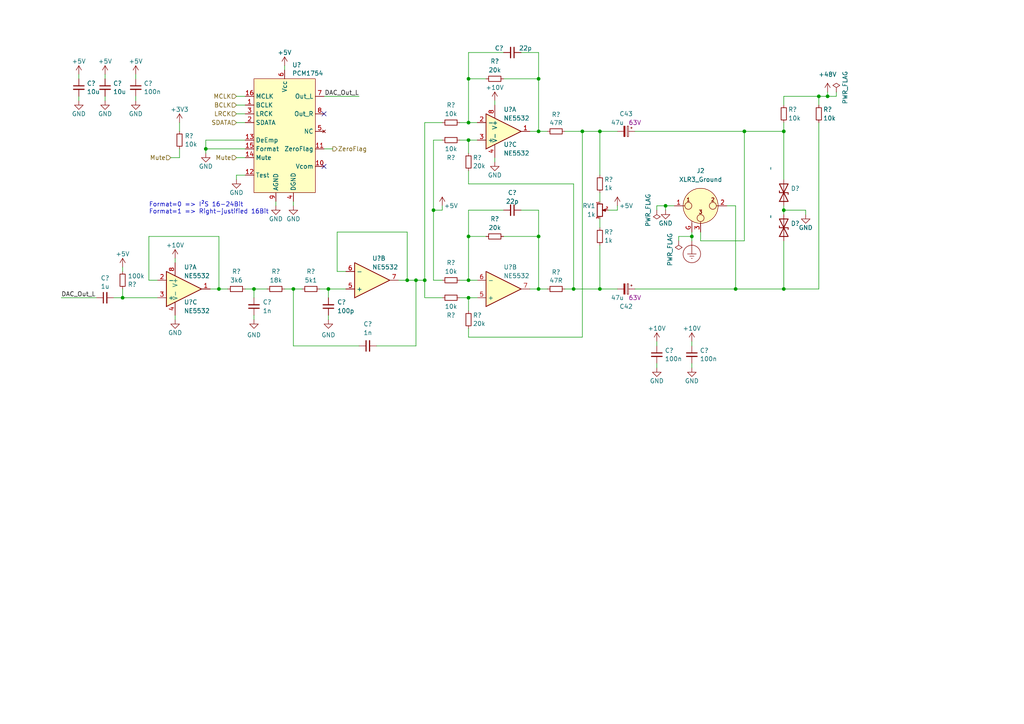
<source format=kicad_sch>
(kicad_sch (version 20230121) (generator eeschema)
  (paper "A4")
  (lib_symbols
    (symbol "1_Project_Symbols:PCM1754"
      (property "Reference" "U" (at -7.62 17.78 0))
      (property "Value" "PCM1754" (at 5.08 17.78 0))
      (symbol "PCM1754_1_1"
        (pin input line (at -11.43 8.89 0) (length 2.54) (name "BCLK") (number "1"))
        (pin passive line (at 11.43 -8.89 180) (length 2.54) (name "Vcom") (number "10"))
        (pin output line (at 11.43 -3.81 180) (length 2.54) (name "ZeroFlag") (number "11"))
        (pin input line (at -11.43 -11.43 0) (length 2.54) (name "Test") (number "12"))
        (pin input line (at -11.43 -1.27 0) (length 2.54) (name "DeEmp") (number "13"))
        (pin input line (at -11.43 -6.35 0) (length 2.54) (name "Mute") (number "14"))
        (pin input line (at -11.43 -3.81 0) (length 2.54) (name "Format") (number "15"))
        (pin input line (at -11.43 11.43 0) (length 2.54) (name "MCLK") (number "16"))
        (pin input line (at -11.43 3.81 0) (length 2.54) (name "SDATA") (number "2"))
        (pin input line (at -11.43 6.35 0) (length 2.54) (name "LRCK") (number "3"))
        (pin power_in line (at 2.54 -19.05 90) (length 2.54) (name "DGND") (number "4"))
        (pin no_connect line (at 11.43 1.27 180) (length 2.54) (name "NC") (number "5"))
        (pin power_in line (at 0 19.05 270) (length 2.54) (name "Vcc") (number "6"))
        (pin output line (at 11.43 11.43 180) (length 2.54) (name "Out_L") (number "7"))
        (pin output line (at 11.43 6.35 180) (length 2.54) (name "Out_R") (number "8"))
        (pin power_in line (at -2.54 -19.05 90) (length 2.54) (name "AGND") (number "9"))
      )
    )
    (symbol "Connector_Audio:XLR3_Ground" (pin_names hide)
      (property "Reference" "J" (at 0 8.89 0))
      (property "Value" "XLR3_Ground" (at 0 6.35 0))
      (symbol "XLR3_Ground_0_1"
        (text "1" (at -3.556 1.778 0) (effects (font (size 1.016 1.016) bold)))
        (text "2" (at 3.556 1.778 0) (effects (font (size 1.016 1.016) bold)))
        (text "3" (at 0 -1.778 0) (effects (font (size 1.016 1.016) bold)))
        (pin passive line (at -7.62 0 0) (length 2.54) (name "~") (number "1"))
        (pin passive line (at 7.62 0 180) (length 2.54) (name "~") (number "2"))
        (pin passive line (at 0 -7.62 90) (length 2.54) (name "~") (number "3"))
      )
      (symbol "XLR3_Ground_1_1"
        (pin passive line (at -2.54 -7.62 90) (length 2.54) (name "~") (number "G"))
      )
    )
    (symbol "Device:C_Polarized_Small" (pin_numbers hide) (pin_names (offset 0.254) hide)
      (property "Reference" "C" (at 0.254 1.778 0))
      (property "Value" "C_Polarized_Small" (at 0.254 -2.032 0))
      (symbol "C_Polarized_Small_1_1"
        (pin passive line (at 0 2.54 270) (length 1.8542) (name "~") (number "1"))
        (pin passive line (at 0 -2.54 90) (length 1.8542) (name "~") (number "2"))
      )
    )
    (symbol "Device:C_Small" (pin_numbers hide) (pin_names (offset 0.254) hide)
      (property "Reference" "C" (at 0.254 1.778 0))
      (property "Value" "C_Small" (at 0.254 -2.032 0))
      (symbol "C_Small_1_1"
        (pin passive line (at 0 2.54 270) (length 2.032) (name "~") (number "1"))
        (pin passive line (at 0 -2.54 90) (length 2.032) (name "~") (number "2"))
      )
    )
    (symbol "Device:D_TVS" (pin_numbers hide) (pin_names (offset 1.016) hide)
      (property "Reference" "D" (at 0 2.54 0))
      (property "Value" "D_TVS" (at 0 -2.54 0))
      (symbol "D_TVS_1_1"
        (pin passive line (at -3.81 0 0) (length 2.54) (name "A1") (number "1"))
        (pin passive line (at 3.81 0 180) (length 2.54) (name "A2") (number "2"))
      )
    )
    (symbol "Device:Opamp_Dual"
      (property "Reference" "U" (at 0 5.08 0))
      (property "Value" "Opamp_Dual" (at 0 -5.08 0))
      (symbol "Opamp_Dual_1_1"
        (pin output line (at 7.62 0 180) (length 2.54) (name "~") (number "1"))
        (pin input line (at -7.62 -2.54 0) (length 2.54) (name "-") (number "2"))
        (pin input line (at -7.62 2.54 0) (length 2.54) (name "+") (number "3"))
      )
      (symbol "Opamp_Dual_2_1"
        (pin input line (at -7.62 2.54 0) (length 2.54) (name "+") (number "5"))
        (pin input line (at -7.62 -2.54 0) (length 2.54) (name "-") (number "6"))
        (pin output line (at 7.62 0 180) (length 2.54) (name "~") (number "7"))
      )
      (symbol "Opamp_Dual_3_1"
        (pin power_in line (at -2.54 -7.62 90) (length 3.81) (name "V-") (number "4"))
        (pin power_in line (at -2.54 7.62 270) (length 3.81) (name "V+") (number "8"))
      )
    )
    (symbol "Device:R_Potentiometer_Small" (pin_names (offset 1.016) hide)
      (property "Reference" "RV" (at -4.445 0 90))
      (property "Value" "R_Potentiometer_Small" (at -2.54 0 90))
      (symbol "R_Potentiometer_Small_1_1"
        (pin passive line (at 0 2.54 270) (length 0.635) (name "1") (number "1"))
        (pin passive line (at 2.54 0 180) (length 0.9906) (name "2") (number "2"))
        (pin passive line (at 0 -2.54 90) (length 0.635) (name "3") (number "3"))
      )
    )
    (symbol "Device:R_Small" (pin_numbers hide) (pin_names (offset 0.254) hide)
      (property "Reference" "R" (at 0.762 0.508 0))
      (property "Value" "R_Small" (at 0.762 -1.016 0))
      (symbol "R_Small_1_1"
        (pin passive line (at 0 2.54 270) (length 0.762) (name "~") (number "1"))
        (pin passive line (at 0 -2.54 90) (length 0.762) (name "~") (number "2"))
      )
    )
    (symbol "power:+10V" (power) (pin_names (offset 0))
      (property "Value" "+10V" (at 0 3.556 0))
      (symbol "+10V_1_1"
        (pin power_in line (at 0 0 90) (length 0) hide (name "+10V") (number "1"))
      )
    )
    (symbol "power:+3V3" (power) (pin_names (offset 0))
      (property "Value" "+3V3" (at 0 3.556 0))
      (symbol "+3V3_1_1"
        (pin power_in line (at 0 0 90) (length 0) hide (name "+3V3") (number "1"))
      )
    )
    (symbol "power:+48V" (power) (pin_names (offset 0))
      (property "Value" "+48V" (at 0 3.556 0))
      (symbol "+48V_1_1"
        (pin power_in line (at 0 0 90) (length 0) hide (name "+48V") (number "1"))
      )
    )
    (symbol "power:+5V" (power) (pin_names (offset 0))
      (property "Value" "+5V" (at 0 3.556 0))
      (symbol "+5V_1_1"
        (pin power_in line (at 0 0 90) (length 0) hide (name "+5V") (number "1"))
      )
    )
    (symbol "power:Earth_Protective" (power) (pin_names (offset 0))
      (symbol "Earth_Protective_1_1"
        (pin power_in line (at 0 0 270) (length 0) hide (name "Earth_Protective") (number "1"))
      )
    )
    (symbol "power:GND" (power) (pin_names (offset 0))
      (property "Value" "GND" (at 0 -3.81 0))
      (symbol "GND_1_1"
        (pin power_in line (at 0 0 270) (length 0) hide (name "GND") (number "1"))
      )
    )
    (symbol "power:PWR_FLAG" (power) (pin_numbers hide) (pin_names (offset 0) hide)
      (property "Value" "PWR_FLAG" (at 0 3.81 0))
      (symbol "PWR_FLAG_0_0"
        (pin power_out line (at 0 0 90) (length 0) (name "pwr") (number "1"))
      )
    )
  )
  (junction (at 166.37 83.82))
  (junction (at 168.91 38.1))
  (junction (at 63.5 83.82))
  (junction (at 135.89 35.56))
  (junction (at 123.19 81.28))
  (junction (at 125.73 60.96))
  (junction (at 135.89 86.36))
  (junction (at 240.03 27.94))
  (junction (at 85.09 83.82))
  (junction (at 193.04 59.69))
  (junction (at 215.9 38.1))
  (junction (at 227.33 38.1))
  (junction (at 237.49 27.94))
  (junction (at 200.66 68.58))
  (junction (at 135.89 81.28))
  (junction (at 156.21 38.1))
  (junction (at 173.99 83.82))
  (junction (at 95.25 83.82))
  (junction (at 227.33 60.96))
  (junction (at 213.36 83.82))
  (junction (at 156.21 22.86))
  (junction (at 227.33 83.82))
  (junction (at 120.65 81.28))
  (junction (at 173.99 38.1))
  (junction (at 118.11 81.28))
  (junction (at 35.56 86.36))
  (junction (at 135.89 40.64))
  (junction (at 135.89 68.58))
  (junction (at 156.21 68.58))
  (junction (at 156.21 83.82))
  (junction (at 73.66 83.82))
  (junction (at 59.69 43.18))
  (junction (at 135.89 22.86))
  (no_connect (at 93.98 33.02))
  (no_connect (at 93.98 48.26))
  (wire (pts (xy 190.5 99.06) (xy 190.5 100.33)))
  (wire (pts (xy 143.51 29.21) (xy 143.51 30.48)))
  (wire (pts (xy 123.19 35.56) (xy 128.27 35.56)))
  (wire (pts (xy 59.69 43.18) (xy 71.12 43.18)))
  (wire (pts (xy 118.11 67.31) (xy 118.11 81.28)))
  (wire (pts (xy 143.51 45.72) (xy 143.51 46.99)))
  (wire (pts (xy 109.22 100.33) (xy 120.65 100.33)))
  (wire (pts (xy 140.97 68.58) (xy 135.89 68.58)))
  (wire (pts (xy 156.21 22.86) (xy 156.21 38.1)))
  (wire (pts (xy 85.09 58.42) (xy 85.09 59.69)))
  (wire (pts (xy 135.89 40.64) (xy 135.89 44.45)))
  (wire (pts (xy 173.99 38.1) (xy 179.07 38.1)))
  (wire (pts (xy 49.53 45.72) (xy 52.07 45.72)))
  (wire (pts (xy 135.89 81.28) (xy 138.43 81.28)))
  (wire (pts (xy 95.25 92.71) (xy 95.25 91.44)))
  (wire (pts (xy 240.03 27.94) (xy 237.49 27.94)))
  (wire (pts (xy 63.5 68.58) (xy 63.5 83.82)))
  (wire (pts (xy 151.13 60.96) (xy 156.21 60.96)))
  (wire (pts (xy 59.69 40.64) (xy 71.12 40.64)))
  (wire (pts (xy 166.37 83.82) (xy 163.83 83.82)))
  (wire (pts (xy 22.86 21.59) (xy 22.86 22.86)))
  (wire (pts (xy 242.57 27.94) (xy 240.03 27.94)))
  (wire (pts (xy 227.33 35.56) (xy 227.33 38.1)))
  (wire (pts (xy 123.19 86.36) (xy 128.27 86.36)))
  (wire (pts (xy 73.66 83.82) (xy 73.66 86.36)))
  (wire (pts (xy 85.09 100.33) (xy 104.14 100.33)))
  (wire (pts (xy 43.18 81.28) (xy 43.18 68.58)))
  (wire (pts (xy 63.5 83.82) (xy 60.96 83.82)))
  (wire (pts (xy 95.25 83.82) (xy 92.71 83.82)))
  (wire (pts (xy 125.73 60.96) (xy 125.73 81.28)))
  (wire (pts (xy 140.97 22.86) (xy 135.89 22.86)))
  (wire (pts (xy 125.73 40.64) (xy 128.27 40.64)))
  (wire (pts (xy 95.25 83.82) (xy 95.25 86.36)))
  (wire (pts (xy 227.33 59.69) (xy 227.33 60.96)))
  (wire (pts (xy 73.66 92.71) (xy 73.66 91.44)))
  (wire (pts (xy 125.73 81.28) (xy 128.27 81.28)))
  (wire (pts (xy 135.89 95.25) (xy 135.89 97.79)))
  (wire (pts (xy 179.07 60.96) (xy 176.53 60.96)))
  (wire (pts (xy 135.89 86.36) (xy 138.43 86.36)))
  (wire (pts (xy 135.89 68.58) (xy 135.89 81.28)))
  (wire (pts (xy 168.91 38.1) (xy 173.99 38.1)))
  (wire (pts (xy 50.8 74.93) (xy 50.8 76.2)))
  (wire (pts (xy 190.5 59.69) (xy 193.04 59.69)))
  (wire (pts (xy 120.65 81.28) (xy 123.19 81.28)))
  (wire (pts (xy 22.86 27.94) (xy 22.86 29.21)))
  (wire (pts (xy 68.58 52.07) (xy 68.58 50.8)))
  (wire (pts (xy 196.85 69.85) (xy 196.85 68.58)))
  (wire (pts (xy 200.66 105.41) (xy 200.66 106.68)))
  (wire (pts (xy 156.21 68.58) (xy 156.21 83.82)))
  (wire (pts (xy 166.37 53.34) (xy 166.37 83.82)))
  (wire (pts (xy 35.56 86.36) (xy 45.72 86.36)))
  (wire (pts (xy 120.65 81.28) (xy 120.65 100.33)))
  (wire (pts (xy 128.27 59.69) (xy 128.27 60.96)))
  (wire (pts (xy 135.89 60.96) (xy 135.89 68.58)))
  (wire (pts (xy 200.66 67.31) (xy 200.66 68.58)))
  (wire (pts (xy 80.01 58.42) (xy 80.01 59.69)))
  (wire (pts (xy 184.15 83.82) (xy 213.36 83.82)))
  (wire (pts (xy 203.2 69.85) (xy 203.2 67.31)))
  (wire (pts (xy 213.36 59.69) (xy 213.36 83.82)))
  (wire (pts (xy 146.05 60.96) (xy 135.89 60.96)))
  (wire (pts (xy 135.89 40.64) (xy 138.43 40.64)))
  (wire (pts (xy 35.56 86.36) (xy 35.56 83.82)))
  (wire (pts (xy 156.21 60.96) (xy 156.21 68.58)))
  (wire (pts (xy 68.58 27.94) (xy 71.12 27.94)))
  (wire (pts (xy 173.99 71.12) (xy 173.99 83.82)))
  (wire (pts (xy 135.89 97.79) (xy 168.91 97.79)))
  (wire (pts (xy 68.58 33.02) (xy 71.12 33.02)))
  (wire (pts (xy 135.89 49.53) (xy 135.89 53.34)))
  (wire (pts (xy 68.58 50.8) (xy 71.12 50.8)))
  (wire (pts (xy 196.85 68.58) (xy 200.66 68.58)))
  (wire (pts (xy 73.66 83.82) (xy 71.12 83.82)))
  (wire (pts (xy 85.09 83.82) (xy 82.55 83.82)))
  (wire (pts (xy 66.04 83.82) (xy 63.5 83.82)))
  (wire (pts (xy 68.58 30.48) (xy 71.12 30.48)))
  (wire (pts (xy 237.49 35.56) (xy 237.49 83.82)))
  (wire (pts (xy 68.58 45.72) (xy 71.12 45.72)))
  (wire (pts (xy 50.8 91.44) (xy 50.8 92.71)))
  (wire (pts (xy 146.05 22.86) (xy 156.21 22.86)))
  (wire (pts (xy 242.57 26.67) (xy 242.57 27.94)))
  (wire (pts (xy 115.57 81.28) (xy 118.11 81.28)))
  (wire (pts (xy 240.03 26.67) (xy 240.03 27.94)))
  (wire (pts (xy 125.73 40.64) (xy 125.73 60.96)))
  (wire (pts (xy 97.79 67.31) (xy 118.11 67.31)))
  (wire (pts (xy 133.35 81.28) (xy 135.89 81.28)))
  (wire (pts (xy 146.05 68.58) (xy 156.21 68.58)))
  (wire (pts (xy 215.9 38.1) (xy 227.33 38.1)))
  (wire (pts (xy 82.55 19.05) (xy 82.55 20.32)))
  (wire (pts (xy 120.65 81.28) (xy 118.11 81.28)))
  (wire (pts (xy 135.89 35.56) (xy 138.43 35.56)))
  (wire (pts (xy 59.69 40.64) (xy 59.69 43.18)))
  (wire (pts (xy 33.02 86.36) (xy 35.56 86.36)))
  (wire (pts (xy 210.82 59.69) (xy 213.36 59.69)))
  (wire (pts (xy 30.48 27.94) (xy 30.48 29.21)))
  (wire (pts (xy 73.66 83.82) (xy 77.47 83.82)))
  (wire (pts (xy 87.63 83.82) (xy 85.09 83.82)))
  (wire (pts (xy 135.89 53.34) (xy 166.37 53.34)))
  (wire (pts (xy 35.56 78.74) (xy 35.56 77.47)))
  (wire (pts (xy 200.66 99.06) (xy 200.66 100.33)))
  (wire (pts (xy 156.21 38.1) (xy 153.67 38.1)))
  (wire (pts (xy 193.04 59.69) (xy 195.58 59.69)))
  (wire (pts (xy 97.79 78.74) (xy 100.33 78.74)))
  (wire (pts (xy 146.05 15.24) (xy 135.89 15.24)))
  (wire (pts (xy 168.91 97.79) (xy 168.91 38.1)))
  (wire (pts (xy 156.21 83.82) (xy 158.75 83.82)))
  (wire (pts (xy 156.21 38.1) (xy 158.75 38.1)))
  (wire (pts (xy 190.5 60.96) (xy 190.5 59.69)))
  (wire (pts (xy 173.99 63.5) (xy 173.99 66.04)))
  (wire (pts (xy 128.27 60.96) (xy 125.73 60.96)))
  (wire (pts (xy 135.89 22.86) (xy 135.89 35.56)))
  (wire (pts (xy 215.9 69.85) (xy 215.9 38.1)))
  (wire (pts (xy 52.07 45.72) (xy 52.07 43.18)))
  (wire (pts (xy 135.89 86.36) (xy 135.89 90.17)))
  (wire (pts (xy 85.09 83.82) (xy 85.09 100.33)))
  (wire (pts (xy 123.19 81.28) (xy 123.19 86.36)))
  (wire (pts (xy 133.35 35.56) (xy 135.89 35.56)))
  (wire (pts (xy 135.89 15.24) (xy 135.89 22.86)))
  (wire (pts (xy 68.58 35.56) (xy 71.12 35.56)))
  (wire (pts (xy 237.49 27.94) (xy 237.49 30.48)))
  (wire (pts (xy 52.07 38.1) (xy 52.07 35.56)))
  (wire (pts (xy 179.07 59.69) (xy 179.07 60.96)))
  (wire (pts (xy 227.33 52.07) (xy 227.33 38.1)))
  (wire (pts (xy 227.33 60.96) (xy 227.33 62.23)))
  (wire (pts (xy 30.48 21.59) (xy 30.48 22.86)))
  (wire (pts (xy 93.98 27.94) (xy 104.14 27.94)))
  (wire (pts (xy 151.13 15.24) (xy 156.21 15.24)))
  (wire (pts (xy 39.37 27.94) (xy 39.37 29.21)))
  (wire (pts (xy 93.98 43.18) (xy 96.52 43.18)))
  (wire (pts (xy 227.33 60.96) (xy 233.68 60.96)))
  (wire (pts (xy 59.69 43.18) (xy 59.69 44.45)))
  (wire (pts (xy 173.99 55.88) (xy 173.99 58.42)))
  (wire (pts (xy 184.15 38.1) (xy 215.9 38.1)))
  (wire (pts (xy 179.07 83.82) (xy 173.99 83.82)))
  (wire (pts (xy 45.72 81.28) (xy 43.18 81.28)))
  (wire (pts (xy 173.99 38.1) (xy 173.99 50.8)))
  (wire (pts (xy 173.99 83.82) (xy 166.37 83.82)))
  (wire (pts (xy 43.18 68.58) (xy 63.5 68.58)))
  (wire (pts (xy 156.21 15.24) (xy 156.21 22.86)))
  (wire (pts (xy 213.36 83.82) (xy 227.33 83.82)))
  (wire (pts (xy 193.04 59.69) (xy 193.04 60.96)))
  (wire (pts (xy 200.66 68.58) (xy 200.66 69.85)))
  (wire (pts (xy 203.2 69.85) (xy 215.9 69.85)))
  (wire (pts (xy 123.19 81.28) (xy 123.19 35.56)))
  (wire (pts (xy 233.68 60.96) (xy 233.68 62.23)))
  (wire (pts (xy 163.83 38.1) (xy 168.91 38.1)))
  (wire (pts (xy 133.35 86.36) (xy 135.89 86.36)))
  (wire (pts (xy 227.33 27.94) (xy 237.49 27.94)))
  (wire (pts (xy 237.49 83.82) (xy 227.33 83.82)))
  (wire (pts (xy 227.33 69.85) (xy 227.33 83.82)))
  (wire (pts (xy 27.94 86.36) (xy 17.78 86.36)))
  (wire (pts (xy 95.25 83.82) (xy 100.33 83.82)))
  (wire (pts (xy 97.79 67.31) (xy 97.79 78.74)))
  (wire (pts (xy 39.37 21.59) (xy 39.37 22.86)))
  (wire (pts (xy 190.5 105.41) (xy 190.5 106.68)))
  (wire (pts (xy 133.35 40.64) (xy 135.89 40.64)))
  (wire (pts (xy 227.33 30.48) (xy 227.33 27.94)))
  (wire (pts (xy 156.21 83.82) (xy 153.67 83.82)))
  (text "Format=0 => I²S 16-24Bit\nFormat=1 => Right-justified 16Bit" (at 43.18 62.23 0) (effects (font (size 1.27 1.27)) (justify left bottom)))
  (label "DAC_Out_L" (at 17.78 86.36 0))
  (label "DAC_Out_L" (at 104.14 27.94 180))
  (hierarchical_label "LRCK" (shape input) (at 68.58 33.02 180))
  (hierarchical_label "ZeroFlag" (shape output) (at 96.52 43.18 0))
  (hierarchical_label "Mute" (shape input) (at 68.58 45.72 180))
  (hierarchical_label "Mute" (shape input) (at 49.53 45.72 180))
  (hierarchical_label "MCLK" (shape input) (at 68.58 27.94 180))
  (hierarchical_label "BCLK" (shape input) (at 68.58 30.48 180))
  (hierarchical_label "SDATA" (shape input) (at 68.58 35.56 180))
  (symbol (lib_id "Device:R_Potentiometer_Small") (at 173.99 60.96 0) (unit 1)
    (property "Reference" "RV1" (at 172.72 59.69 0) (effects (justify right)))
    (property "Value" "1k" (at 172.72 62.23 0) (effects (justify right)))
    (property "Footprint" "1_Project_Footprints:Potentiometer_Nidec_ST4ETB_Vertical" (effects hide))
    (property "Manufacturer" "Nidec" (effects hide))
    (property "Part Number" "ST-4ETB102" (effects hide))
    (property "Rated Current" "100mA" (effects hide))
    (property "Rated Power" "250mW" (effects hide))
  )
  (symbol (lib_id "Device:R_Small") (at 143.51 22.86 270) (unit 1)
    (property "Reference" "R?" (at 143.51 17.78 90))
    (property "Value" "20k" (at 143.51 20.32 90))
    (property "Footprint" "Resistor_SMD:R_0402_1005Metric" (effects hide))
    (property "Assembling" "X" (effects hide))
    (property "Manufacturer" "UNI-ROYAL(Uniroyal Elec)" (effects hide))
    (property "Rated Power" "62.5mW" (effects hide))
    (property "Part Number" "0402WGF2002TCE" (effects hide))
    (property "Tolerance" "1%" (effects hide))
    (property "LCSC Part #" "C25765" (effects hide))
    (instances (project "SmallDSPMicro" (path "" (reference "R?") (unit 1)) (path "" (reference "R62") (unit 1))) (project "Analog_Output" (path "" (reference "R?") (unit 1))))
  )
  (symbol (lib_id "Device:Opamp_Dual") (at 53.34 83.82 0) (mirror x) (unit 1)
    (property "Reference" "U?" (at 53.34 77.47 0) (effects (justify left)))
    (property "Value" "NE5532" (at 53.34 80.01 0) (effects (justify left)))
    (property "Footprint" "Package_SO:SOIC-8_3.9x4.9mm_P1.27mm" (effects hide))
    (property "Manufacturer" "Texas Instruments" (effects hide))
    (property "Part Number" "NE5532DR" (effects hide))
    (property "Assembling" "X" (effects hide))
    (property "LCSC Part #" "C7426" (effects hide))
    (instances (project "SmallDSPMicro" (path "" (reference "U?") (unit 1)) (path "" (reference "U7") (unit 1))) (project "Analog_Output" (path "" (reference "U?") (unit 1))))
  )
  (symbol (lib_id "Device:C_Small") (at 200.66 102.87 0) (unit 1)
    (property "Reference" "C?" (at 202.9841 101.6642 0) (effects (justify left)))
    (property "Value" "100n" (at 202.9841 104.0884 0) (effects (justify left)))
    (property "Footprint" "Capacitor_SMD:C_0402_1005Metric" (effects hide))
    (property "Dielectric" "X7R" (effects hide))
    (property "Notes" "-25%@10VDC" (effects hide))
    (property "Rated Voltage" "50V" (effects hide))
    (property "Assembling" "X" (effects hide))
    (property "Manufacturer" "Samsung Electro-Mechanics" (effects hide))
    (property "Part Number" "CL05B104KB54PNC" (effects hide))
    (property "Tolerance" "10%" (effects hide))
    (property "LCSC Part #" "C307331" (effects hide))
    (instances (project "SmallDSPMicro" (path "" (reference "C?") (unit 1)) (path "" (reference "C77") (unit 1))) (project "Analog_Output" (path "" (reference "C?") (unit 1))))
  )
  (symbol (lib_id "power:GND") (at 39.37 29.21 0) (unit 1)
    (property "Reference" "#PWR?" (effects hide))
    (property "Value" "GND" (at 39.37 33.02 0))
    (instances (project "SmallDSPMicro" (path "" (reference "#PWR?") (unit 1)) (path "" (reference "#PWR013") (unit 1))) (project "Analog_Output" (path "" (reference "#PWR?") (unit 1))))
  )
  (symbol (lib_id "Device:Opamp_Dual") (at 146.05 83.82 0) (mirror x) (unit 2)
    (property "Reference" "U?" (at 146.05 77.47 0) (effects (justify left)))
    (property "Value" "NE5532" (at 146.05 80.01 0) (effects (justify left)))
    (property "Footprint" "Package_SO:SOIC-8_3.9x4.9mm_P1.27mm" (effects hide))
    (property "Manufacturer" "Texas Instruments" (effects hide))
    (property "Part Number" "NE5532DR" (effects hide))
    (property "Assembling" "X" (effects hide))
    (property "LCSC Part #" "C7426" (effects hide))
    (instances (project "SmallDSPMicro" (path "" (reference "U?") (unit 2)) (path "" (reference "U10") (unit 2))) (project "Analog_Output" (path "" (reference "U?") (unit 2))))
  )
  (symbol (lib_id "Device:C_Small") (at 22.86 25.4 0) (unit 1)
    (property "Reference" "C?" (at 25.1841 24.1942 0) (effects (justify left)))
    (property "Value" "10u" (at 25.1841 26.6184 0) (effects (justify left)))
    (property "Footprint" "Capacitor_SMD:C_0603_1608Metric" (effects hide))
    (property "Dielectric" "X5R" (effects hide))
    (property "Notes" "-50%@5VDC" (effects hide))
    (property "Rated Voltage" "25V" (effects hide))
    (property "Assembling" "X" (effects hide))
    (property "Manufacturer" "Samsung Electro-Mechanics" (effects hide))
    (property "Part Number" "CL10A106MA8NRNC" (effects hide))
    (property "Tolerance" "10%" (effects hide))
    (property "LCSC Part #" "C96446" (effects hide))
    (instances (project "SmallDSPMicro" (path "" (reference "C?") (unit 1)) (path "" (reference "C55") (unit 1))) (project "Analog_Output" (path "" (reference "C?") (unit 1))))
  )
  (symbol (lib_id "power:GND") (at 30.48 29.21 0) (unit 1)
    (property "Reference" "#PWR?" (effects hide))
    (property "Value" "GND" (at 30.48 33.02 0))
    (instances (project "SmallDSPMicro" (path "" (reference "#PWR?") (unit 1)) (path "" (reference "#PWR09") (unit 1))) (project "Analog_Output" (path "" (reference "#PWR?") (unit 1))))
  )
  (symbol (lib_id "Device:D_TVS") (at 227.33 55.88 90) (unit 1)
    (property "Reference" "D?" (at 229.362 54.6679 90) (effects (justify right)))
    (property "Value" "~" (at 223.52 48.26 0) (effects (justify right)))
    (property "Footprint" "Diode_SMD:D_SMB" (effects hide))
    (instances (project "SmallDSPMicro" (path "" (reference "D?") (unit 1)) (path "" (reference "D1") (unit 1))) (project "Analog_Output" (path "" (reference "D?") (unit 1))))
  )
  (symbol (lib_id "power:GND") (at 190.5 106.68 0) (unit 1)
    (property "Reference" "#PWR?" (effects hide))
    (property "Value" "GND" (at 190.5 110.49 0))
    (instances (project "SmallDSPMicro" (path "" (reference "#PWR?") (unit 1)) (path "" (reference "#PWR0176") (unit 1))) (project "Analog_Output" (path "" (reference "#PWR?") (unit 1))))
  )
  (symbol (lib_id "Device:R_Small") (at 227.33 33.02 180) (unit 1)
    (property "Reference" "R?" (at 228.6 31.75 0) (effects (justify right)))
    (property "Value" "10k" (at 228.6 34.29 0) (effects (justify right)))
    (property "Footprint" "Resistor_SMD:R_0402_1005Metric" (effects hide))
    (property "Assembling" "X" (effects hide))
    (property "Manufacturer" "UNI-ROYAL(Uniroyal Elec)" (effects hide))
    (property "Rated Power" "62.5mW" (effects hide))
    (property "Part Number" "0402WGF1002TCE" (effects hide))
    (property "Tolerance" "1%" (effects hide))
    (property "LCSC Part #" "C25744" (effects hide))
    (instances (project "SmallDSPMicro" (path "" (reference "R?") (unit 1)) (path "" (reference "R25") (unit 1))) (project "Analog_Output" (path "" (reference "R?") (unit 1))))
  )
  (symbol (lib_id "power:+3V3") (at 52.07 35.56 0) (unit 1)
    (property "Reference" "#PWR?" (effects hide))
    (property "Value" "+3V3" (at 52.07 31.75 0))
    (instances (project "SmallDSPMicro" (path "" (reference "#PWR?") (unit 1)) (path "" (reference "#PWR0151") (unit 1))) (project "Analog_Output" (path "" (reference "#PWR?") (unit 1))))
  )
  (symbol (lib_id "Device:C_Small") (at 148.59 60.96 270) (unit 1)
    (property "Reference" "C?" (at 148.59 55.88 90))
    (property "Value" "22p" (at 148.59 58.42 90))
    (property "Footprint" "Capacitor_SMD:C_0402_1005Metric" (effects hide))
    (property "Manufacturer" "FH (Guangdong Fenghua Advanced Tech)" (effects hide))
    (property "Part Number" "0402CG220J500NT" (effects hide))
    (property "Dielectric" "C0G" (effects hide))
    (property "Rated Voltage" "50V" (effects hide))
    (property "Tolerance" "5%" (effects hide))
    (property "Assembling" "X" (effects hide))
    (property "LCSC Part #" "C1555" (effects hide))
    (instances (project "BluetoothAudio" (path "" (reference "C?") (unit 1))) (project "SmallDSPMicro" (path "" (reference "C69") (unit 1))) (project "Analog_Output" (path "" (reference "C?") (unit 1))) (project "Active_Monitor_Router" (path "" (reference "C?") (unit 1)) (path "" (reference "C?") (unit 1)) (path "" (reference "C?") (unit 1))))
  )
  (symbol (lib_id "Device:R_Small") (at 143.51 68.58 270) (unit 1)
    (property "Reference" "R?" (at 143.51 63.5 90))
    (property "Value" "20k" (at 143.51 66.04 90))
    (property "Footprint" "Resistor_SMD:R_0402_1005Metric" (effects hide))
    (property "Assembling" "X" (effects hide))
    (property "Manufacturer" "UNI-ROYAL(Uniroyal Elec)" (effects hide))
    (property "Rated Power" "62.5mW" (effects hide))
    (property "Part Number" "0402WGF2002TCE" (effects hide))
    (property "Tolerance" "1%" (effects hide))
    (property "LCSC Part #" "C25765" (effects hide))
    (instances (project "SmallDSPMicro" (path "" (reference "R?") (unit 1)) (path "" (reference "R63") (unit 1))) (project "Analog_Output" (path "" (reference "R?") (unit 1))))
  )
  (symbol (lib_id "Device:C_Polarized_Small") (at 181.61 83.82 270) (unit 1)
    (property "Reference" "C42" (at 181.61 88.9 90))
    (property "Value" "47u" (at 179.07 86.36 90))
    (property "Footprint" "Capacitor_THT:CP_Radial_D6.3mm_P2.50mm" (effects hide))
    (property "Rated Voltage" "63V" (at 184.15 86.36 90))
    (property "Manufacturer" "Panasonic" (effects hide))
    (property "Part Number" "EEU-FR1J470B" (effects hide))
    (instances (project "SmallDSPMicro" (path "" (reference "C42") (unit 1)) (path "" (reference "C9") (unit 1))) (project "ProLab_MicPreamp_Board" (path "" (reference "C1") (unit 1))))
  )
  (symbol (lib_id "Device:C_Small") (at 95.25 88.9 180) (unit 1)
    (property "Reference" "C?" (at 97.79 87.6235 0) (effects (justify right)))
    (property "Value" "100p" (at 97.79 90.1635 0) (effects (justify right)))
    (property "Footprint" "Capacitor_SMD:C_0402_1005Metric" (effects hide))
    (property "Manufacturer" "FH (Guangdong Fenghua Advanced Tech)" (effects hide))
    (property "Part Number" "0402CG101J500NT" (effects hide))
    (property "Dielectric" "C0G" (effects hide))
    (property "Rated Voltage" "50V" (effects hide))
    (property "Tolerance" "5%" (effects hide))
    (property "Assembling" "X" (effects hide))
    (property "LCSC Part #" "C1546" (effects hide))
    (instances (project "BluetoothAudio" (path "" (reference "C?") (unit 1))) (project "SmallDSPMicro" (path "" (reference "C64") (unit 1))) (project "Analog_Output" (path "" (reference "C?") (unit 1))) (project "Active_Monitor_Router" (path "" (reference "C?") (unit 1)) (path "" (reference "C?") (unit 1)) (path "" (reference "C?") (unit 1))))
  )
  (symbol (lib_id "Device:C_Small") (at 30.48 86.36 90) (unit 1)
    (property "Reference" "C?" (at 30.4863 80.6536 90))
    (property "Value" "1u" (at 30.4863 83.0778 90))
    (property "Footprint" "Capacitor_SMD:C_1206_3216Metric" (effects hide))
    (property "Dielectric" "X7R" (effects hide))
    (property "Rated Voltage" "50V" (effects hide))
    (property "Assembling" "X" (effects hide))
    (property "Manufacturer" "Samsung Electro-Mechanics" (effects hide))
    (property "Part Number" "CL31B105KBHNNNE" (effects hide))
    (property "Tolerance" "10%" (effects hide))
    (property "LCSC Part #" "C1848" (effects hide))
    (instances (project "SmallDSPMicro" (path "" (reference "C?") (unit 1)) (path "" (reference "C57") (unit 1))) (project "Analog_Output" (path "" (reference "C?") (unit 1))))
  )
  (symbol (lib_id "Device:R_Small") (at 237.49 33.02 180) (unit 1)
    (property "Reference" "R?" (at 238.76 31.75 0) (effects (justify right)))
    (property "Value" "10k" (at 238.76 34.29 0) (effects (justify right)))
    (property "Footprint" "Resistor_SMD:R_0402_1005Metric" (effects hide))
    (property "Assembling" "X" (effects hide))
    (property "Manufacturer" "UNI-ROYAL(Uniroyal Elec)" (effects hide))
    (property "Rated Power" "62.5mW" (effects hide))
    (property "Part Number" "0402WGF1002TCE" (effects hide))
    (property "Tolerance" "1%" (effects hide))
    (property "LCSC Part #" "C25744" (effects hide))
    (instances (project "SmallDSPMicro" (path "" (reference "R?") (unit 1)) (path "" (reference "R30") (unit 1))) (project "Analog_Output" (path "" (reference "R?") (unit 1))))
  )
  (symbol (lib_id "Device:C_Small") (at 39.37 25.4 0) (unit 1)
    (property "Reference" "C?" (at 41.6941 24.1942 0) (effects (justify left)))
    (property "Value" "100n" (at 41.6941 26.6184 0) (effects (justify left)))
    (property "Footprint" "Capacitor_SMD:C_0402_1005Metric" (effects hide))
    (property "Dielectric" "X7R" (effects hide))
    (property "Notes" "-25%@10VDC" (effects hide))
    (property "Rated Voltage" "50V" (effects hide))
    (property "Assembling" "X" (effects hide))
    (property "Manufacturer" "Samsung Electro-Mechanics" (effects hide))
    (property "Part Number" "CL05B104KB54PNC" (effects hide))
    (property "Tolerance" "10%" (effects hide))
    (property "LCSC Part #" "C307331" (effects hide))
    (instances (project "SmallDSPMicro" (path "" (reference "C?") (unit 1)) (path "" (reference "C61") (unit 1))) (project "Analog_Output" (path "" (reference "C?") (unit 1))))
  )
  (symbol (lib_id "power:+10V") (at 143.51 29.21 0) (unit 1)
    (property "Reference" "#PWR?" (effects hide))
    (property "Value" "+10V" (at 143.51 25.4 0))
    (instances (project "SmallDSPMicro" (path "" (reference "#PWR?") (unit 1)) (path "" (reference "#PWR?") (unit 1)) (path "" (reference "#PWR0167") (unit 1))) (project "Analog_Output" (path "" (reference "#PWR?") (unit 1))))
  )
  (symbol (lib_id "power:PWR_FLAG") (at 196.85 69.85 0) (mirror x) (unit 1)
    (property "Reference" "#FLG01" (effects hide))
    (property "Value" "PWR_FLAG" (at 194.31 72.39 90))
  )
  (symbol (lib_id "power:PWR_FLAG") (at 242.57 26.67 0) (unit 1)
    (property "Reference" "#FLG03" (effects hide))
    (property "Value" "PWR_FLAG" (at 245.11 25.4 90))
  )
  (symbol (lib_id "power:GND") (at 68.58 52.07 0) (unit 1)
    (property "Reference" "#PWR?" (effects hide))
    (property "Value" "GND" (at 68.58 55.88 0))
    (instances (project "SmallDSPMicro" (path "" (reference "#PWR?") (unit 1)) (path "" (reference "#PWR0153") (unit 1))) (project "Analog_Output" (path "" (reference "#PWR?") (unit 1))))
  )
  (symbol (lib_id "Device:D_TVS") (at 227.33 66.04 90) (unit 1)
    (property "Reference" "D?" (at 229.362 64.8279 90) (effects (justify right)))
    (property "Value" "~" (at 223.52 62.23 0) (effects (justify right)))
    (property "Footprint" "Diode_SMD:D_SMB" (effects hide))
    (instances (project "SmallDSPMicro" (path "" (reference "D?") (unit 1)) (path "" (reference "D2") (unit 1))) (project "Analog_Output" (path "" (reference "D?") (unit 1))))
  )
  (symbol (lib_id "power:GND") (at 85.09 59.69 0) (unit 1)
    (property "Reference" "#PWR?" (effects hide))
    (property "Value" "GND" (at 85.09 63.5 0))
    (instances (project "SmallDSPMicro" (path "" (reference "#PWR?") (unit 1)) (path "" (reference "#PWR0158") (unit 1))) (project "Analog_Output" (path "" (reference "#PWR?") (unit 1))))
  )
  (symbol (lib_id "Device:R_Small") (at 52.07 40.64 180) (unit 1)
    (property "Reference" "R?" (at 53.5686 39.4279 0) (effects (justify right)))
    (property "Value" "10k" (at 53.5686 41.8521 0) (effects (justify right)))
    (property "Footprint" "Resistor_SMD:R_0402_1005Metric" (effects hide))
    (property "Assembling" "X" (effects hide))
    (property "Manufacturer" "UNI-ROYAL(Uniroyal Elec)" (effects hide))
    (property "Rated Power" "62.5mW" (effects hide))
    (property "Part Number" "0402WGF1002TCE" (effects hide))
    (property "Tolerance" "1%" (effects hide))
    (property "LCSC Part #" "C25744" (effects hide))
    (instances (project "SmallDSPMicro" (path "" (reference "R?") (unit 1)) (path "" (reference "R26") (unit 1))) (project "Analog_Output" (path "" (reference "R?") (unit 1))))
  )
  (symbol (lib_id "Device:R_Small") (at 130.81 86.36 270) (mirror x) (unit 1)
    (property "Reference" "R?" (at 130.81 91.44 90))
    (property "Value" "10k" (at 130.81 88.9 90))
    (property "Footprint" "Resistor_SMD:R_0402_1005Metric" (effects hide))
    (property "Assembling" "X" (effects hide))
    (property "Manufacturer" "UNI-ROYAL(Uniroyal Elec)" (effects hide))
    (property "Rated Power" "62.5mW" (effects hide))
    (property "Part Number" "0402WGF1002TCE" (effects hide))
    (property "Tolerance" "1%" (effects hide))
    (property "LCSC Part #" "C25744" (effects hide))
    (instances (project "SmallDSPMicro" (path "" (reference "R?") (unit 1)) (path "" (reference "R53") (unit 1))) (project "Analog_Output" (path "" (reference "R?") (unit 1))))
  )
  (symbol (lib_id "Device:R_Small") (at 80.01 83.82 270) (unit 1)
    (property "Reference" "R?" (at 80.01 78.74 90))
    (property "Value" "18k" (at 80.01 81.28 90))
    (property "Footprint" "Resistor_SMD:R_0402_1005Metric" (effects hide))
    (property "Manufacturer" "UNI-ROYAL(Uniroyal Elec)" (effects hide))
    (property "Part Number" "0402WGF1802TCE" (effects hide))
    (property "Tolerance" "1%" (effects hide))
    (property "Assembling" "X" (effects hide))
    (property "Rated Power" "62.5mW" (effects hide))
    (property "LCSC Part #" "C25762" (effects hide))
    (instances (project "BluetoothAudio" (path "" (reference "R?") (unit 1))) (project "SmallDSPMicro" (path "" (reference "R46") (unit 1))) (project "Analog_Output" (path "" (reference "R?") (unit 1))) (project "Active_Monitor_Router" (path "" (reference "R?") (unit 1)) (path "" (reference "R?") (unit 1)) (path "" (reference "R?") (unit 1))))
  )
  (symbol (lib_id "power:GND") (at 95.25 92.71 0) (unit 1)
    (property "Reference" "#PWR?" (effects hide))
    (property "Value" "GND" (at 95.25 97.1534 0))
    (instances (project "BluetoothAudio" (path "" (reference "#PWR?") (unit 1))) (project "SmallDSPMicro" (path "" (reference "#PWR0159") (unit 1))) (project "Analog_Output" (path "" (reference "#PWR?") (unit 1))) (project "Active_Monitor_Router" (path "" (reference "#PWR?") (unit 1)) (path "" (reference "#PWR?") (unit 1)) (path "" (reference "#PWR?") (unit 1))))
  )
  (symbol (lib_id "power:+10V") (at 50.8 74.93 0) (unit 1)
    (property "Reference" "#PWR?" (effects hide))
    (property "Value" "+10V" (at 50.8 71.12 0))
    (instances (project "SmallDSPMicro" (path "" (reference "#PWR?") (unit 1)) (path "" (reference "#PWR?") (unit 1)) (path "" (reference "#PWR019") (unit 1))) (project "Analog_Output" (path "" (reference "#PWR?") (unit 1))))
  )
  (symbol (lib_id "power:GND") (at 143.51 46.99 0) (unit 1)
    (property "Reference" "#PWR?" (effects hide))
    (property "Value" "GND" (at 143.51 50.8 0))
    (instances (project "SmallDSPMicro" (path "" (reference "#PWR?") (unit 1)) (path "" (reference "#PWR0168") (unit 1))) (project "Analog_Output" (path "" (reference "#PWR?") (unit 1))))
  )
  (symbol (lib_id "Device:C_Polarized_Small") (at 181.61 38.1 270) (unit 1)
    (property "Reference" "C43" (at 181.61 33.02 90))
    (property "Value" "47u" (at 179.07 35.56 90))
    (property "Footprint" "Capacitor_THT:CP_Radial_D6.3mm_P2.50mm" (effects hide))
    (property "Rated Voltage" "63V" (at 184.15 35.56 90))
    (property "Manufacturer" "Panasonic" (effects hide))
    (property "Part Number" "EEU-FR1J470B" (effects hide))
    (instances (project "SmallDSPMicro" (path "" (reference "C43") (unit 1)) (path "" (reference "C10") (unit 1))) (project "ProLab_MicPreamp_Board" (path "" (reference "C2") (unit 1))))
  )
  (symbol (lib_id "power:+5V") (at 22.86 21.59 0) (unit 1)
    (property "Reference" "#PWR?" (effects hide))
    (property "Value" "+5V" (at 22.86 17.78 0))
    (instances (project "SmallDSPMicro" (path "" (reference "#PWR?") (unit 1)) (path "" (reference "#PWR06") (unit 1))) (project "Analog_Output" (path "" (reference "#PWR?") (unit 1))))
  )
  (symbol (lib_id "Device:R_Small") (at 130.81 35.56 270) (unit 1)
    (property "Reference" "R?" (at 130.81 30.48 90))
    (property "Value" "10k" (at 130.81 33.02 90))
    (property "Footprint" "Resistor_SMD:R_0402_1005Metric" (effects hide))
    (property "Assembling" "X" (effects hide))
    (property "Manufacturer" "UNI-ROYAL(Uniroyal Elec)" (effects hide))
    (property "Rated Power" "62.5mW" (effects hide))
    (property "Part Number" "0402WGF1002TCE" (effects hide))
    (property "Tolerance" "1%" (effects hide))
    (property "LCSC Part #" "C25744" (effects hide))
    (instances (project "SmallDSPMicro" (path "" (reference "R?") (unit 1)) (path "" (reference "R50") (unit 1))) (project "Analog_Output" (path "" (reference "R?") (unit 1))))
  )
  (symbol (lib_id "power:GND") (at 22.86 29.21 0) (unit 1)
    (property "Reference" "#PWR?" (effects hide))
    (property "Value" "GND" (at 22.86 33.02 0))
    (instances (project "SmallDSPMicro" (path "" (reference "#PWR?") (unit 1)) (path "" (reference "#PWR07") (unit 1))) (project "Analog_Output" (path "" (reference "#PWR?") (unit 1))))
  )
  (symbol (lib_id "power:PWR_FLAG") (at 190.5 60.96 180) (unit 1)
    (property "Reference" "#FLG04" (effects hide))
    (property "Value" "PWR_FLAG" (at 187.96 60.96 90))
  )
  (symbol (lib_id "Device:C_Small") (at 148.59 15.24 270) (unit 1)
    (property "Reference" "C?" (at 144.78 13.97 90))
    (property "Value" "22p" (at 152.4 13.97 90))
    (property "Footprint" "Capacitor_SMD:C_0402_1005Metric" (effects hide))
    (property "Manufacturer" "FH (Guangdong Fenghua Advanced Tech)" (effects hide))
    (property "Part Number" "0402CG220J500NT" (effects hide))
    (property "Dielectric" "C0G" (effects hide))
    (property "Rated Voltage" "50V" (effects hide))
    (property "Tolerance" "5%" (effects hide))
    (property "Assembling" "X" (effects hide))
    (property "LCSC Part #" "C1555" (effects hide))
    (instances (project "BluetoothAudio" (path "" (reference "C?") (unit 1))) (project "SmallDSPMicro" (path "" (reference "C68") (unit 1))) (project "Analog_Output" (path "" (reference "C?") (unit 1))) (project "Active_Monitor_Router" (path "" (reference "C?") (unit 1)) (path "" (reference "C?") (unit 1)) (path "" (reference "C?") (unit 1))))
  )
  (symbol (lib_id "Device:Opamp_Dual") (at 107.95 81.28 0) (mirror x) (unit 2)
    (property "Reference" "U?" (at 107.95 74.93 0) (effects (justify left)))
    (property "Value" "NE5532" (at 107.95 77.47 0) (effects (justify left)))
    (property "Footprint" "Package_SO:SOIC-8_3.9x4.9mm_P1.27mm" (effects hide))
    (property "Manufacturer" "Texas Instruments" (effects hide))
    (property "Part Number" "NE5532DR" (effects hide))
    (property "Assembling" "X" (effects hide))
    (property "LCSC Part #" "C7426" (effects hide))
    (instances (project "SmallDSPMicro" (path "" (reference "U?") (unit 2)) (path "" (reference "U7") (unit 2))) (project "Analog_Output" (path "" (reference "U?") (unit 2))))
  )
  (symbol (lib_id "Connector_Audio:XLR3_Ground") (at 203.2 59.69 0) (unit 1)
    (property "Reference" "J2" (at 203.2 49.53 0))
    (property "Value" "XLR3_Ground" (at 203.2 52.07 0))
    (property "Datasheet" " ~" (effects hide))
  )
  (symbol (lib_id "Device:R_Small") (at 173.99 53.34 0) (mirror y) (unit 1)
    (property "Reference" "R?" (at 175.26 52.07 0) (effects (justify right)))
    (property "Value" "1k" (at 175.26 54.4942 0) (effects (justify right)))
    (property "Footprint" "Resistor_SMD:R_0402_1005Metric" (effects hide))
    (property "Assembling" "X" (effects hide))
    (property "Manufacturer" "UNI-ROYAL(Uniroyal Elec)" (effects hide))
    (property "Rated Power" "62.5mW" (effects hide))
    (property "Part Number" "0402WGF1001TCE" (effects hide))
    (property "Tolerance" "1%" (effects hide))
    (property "LCSC Part #" "C11702" (effects hide))
    (instances (project "SmallDSPMicro" (path "" (reference "R?") (unit 1)) (path "" (reference "R70") (unit 1))) (project "Analog_Output" (path "" (reference "R?") (unit 1))))
  )
  (symbol (lib_id "Device:R_Small") (at 135.89 46.99 0) (mirror y) (unit 1)
    (property "Reference" "R?" (at 137.16 45.72 0) (effects (justify right)))
    (property "Value" "20k" (at 137.16 48.1442 0) (effects (justify right)))
    (property "Footprint" "Resistor_SMD:R_0402_1005Metric" (effects hide))
    (property "Assembling" "X" (effects hide))
    (property "Manufacturer" "UNI-ROYAL(Uniroyal Elec)" (effects hide))
    (property "Rated Power" "62.5mW" (effects hide))
    (property "Part Number" "0402WGF2002TCE" (effects hide))
    (property "Tolerance" "1%" (effects hide))
    (property "LCSC Part #" "C25765" (effects hide))
    (instances (project "SmallDSPMicro" (path "" (reference "R?") (unit 1)) (path "" (reference "R58") (unit 1))) (project "Analog_Output" (path "" (reference "R?") (unit 1))))
  )
  (symbol (lib_id "Device:R_Small") (at 161.29 83.82 270) (mirror x) (unit 1)
    (property "Reference" "R?" (at 161.29 78.9391 90))
    (property "Value" "47R" (at 161.29 81.3633 90))
    (property "Footprint" "Resistor_SMD:R_0402_1005Metric" (effects hide))
    (property "Assembling" "X" (effects hide))
    (property "Manufacturer" "UNI-ROYAL(Uniroyal Elec)" (effects hide))
    (property "Rated Power" "62.5mW" (effects hide))
    (property "Part Number" "0402WGF470JTCE" (effects hide))
    (property "Tolerance" "1%" (effects hide))
    (property "LCSC Part #" "C25118" (effects hide))
    (instances (project "SmallDSPMicro" (path "" (reference "R?") (unit 1)) (path "" (reference "R67") (unit 1))) (project "Analog_Output" (path "" (reference "R?") (unit 1))))
  )
  (symbol (lib_id "power:+48V") (at 240.03 26.67 0) (unit 1)
    (property "Reference" "#PWR011" (effects hide))
    (property "Value" "+48V" (at 240.03 21.59 0))
  )
  (symbol (lib_id "Device:Opamp_Dual") (at 146.05 38.1 0) (mirror x) (unit 1)
    (property "Reference" "U?" (at 146.05 31.75 0) (effects (justify left)))
    (property "Value" "NE5532" (at 146.05 34.29 0) (effects (justify left)))
    (property "Footprint" "Package_SO:SOIC-8_3.9x4.9mm_P1.27mm" (effects hide))
    (property "Manufacturer" "Texas Instruments" (effects hide))
    (property "Part Number" "NE5532DR" (effects hide))
    (property "Assembling" "X" (effects hide))
    (property "LCSC Part #" "C7426" (effects hide))
    (instances (project "SmallDSPMicro" (path "" (reference "U?") (unit 1)) (path "" (reference "U10") (unit 1))) (project "Analog_Output" (path "" (reference "U?") (unit 1))))
  )
  (symbol (lib_id "Device:Opamp_Dual") (at 53.34 83.82 0) (unit 3)
    (property "Reference" "U?" (at 53.34 87.63 0) (effects (justify left)))
    (property "Value" "NE5532" (at 53.34 90.17 0) (effects (justify left)))
    (property "Footprint" "Package_SO:SOIC-8_3.9x4.9mm_P1.27mm" (effects hide))
    (property "Manufacturer" "Texas Instruments" (effects hide))
    (property "Part Number" "NE5532DR" (effects hide))
    (property "Assembling" "X" (effects hide))
    (property "LCSC Part #" "C7426" (effects hide))
    (instances (project "SmallDSPMicro" (path "" (reference "U?") (unit 3)) (path "" (reference "U7") (unit 3))) (project "Analog_Output" (path "" (reference "U?") (unit 3))))
  )
  (symbol (lib_id "power:GND") (at 193.04 60.96 0) (unit 1)
    (property "Reference" "#PWR?" (effects hide))
    (property "Value" "GND" (at 193.04 64.77 0))
    (instances (project "SmallDSPMicro" (path "" (reference "#PWR?") (unit 1)) (path "" (reference "#PWR0173") (unit 1))) (project "Analog_Output" (path "" (reference "#PWR?") (unit 1))))
  )
  (symbol (lib_id "Device:C_Small") (at 106.68 100.33 90) (unit 1)
    (property "Reference" "C?" (at 106.6863 93.98 90))
    (property "Value" "1n" (at 106.6863 96.52 90))
    (property "Footprint" "Capacitor_SMD:C_0603_1608Metric" (effects hide))
    (property "Manufacturer" "Samsung Electro-Mechanics" (effects hide))
    (property "Part Number" "CL10B102KB8NNNC" (effects hide))
    (property "Dielectric" "X7R" (effects hide))
    (property "Rated Voltage" "50V" (effects hide))
    (property "Tolerance" "10%" (effects hide))
    (property "Notes" "C0G better but not a JLC basic Part" (effects hide))
    (property "Assembling" "X" (effects hide))
    (property "LCSC Part #" "C1588" (effects hide))
    (instances (project "BluetoothAudio" (path "" (reference "C?") (unit 1))) (project "SmallDSPMicro" (path "" (reference "C67") (unit 1))) (project "Analog_Output" (path "" (reference "C?") (unit 1))) (project "Active_Monitor_Router" (path "" (reference "C?") (unit 1)) (path "" (reference "C?") (unit 1)) (path "" (reference "C?") (unit 1))))
  )
  (symbol (lib_id "power:GND") (at 50.8 92.71 0) (unit 1)
    (property "Reference" "#PWR?" (effects hide))
    (property "Value" "GND" (at 50.8 96.52 0))
    (instances (project "SmallDSPMicro" (path "" (reference "#PWR?") (unit 1)) (path "" (reference "#PWR025") (unit 1))) (project "Analog_Output" (path "" (reference "#PWR?") (unit 1))))
  )
  (symbol (lib_id "power:+5V") (at 82.55 19.05 0) (unit 1)
    (property "Reference" "#PWR?" (effects hide))
    (property "Value" "+5V" (at 82.55 15.24 0))
    (instances (project "SmallDSPMicro" (path "" (reference "#PWR?") (unit 1)) (path "" (reference "#PWR0157") (unit 1))) (project "Analog_Output" (path "" (reference "#PWR?") (unit 1))))
  )
  (symbol (lib_id "Device:R_Small") (at 135.89 92.71 0) (mirror y) (unit 1)
    (property "Reference" "R?" (at 137.16 91.44 0) (effects (justify right)))
    (property "Value" "20k" (at 137.16 93.8642 0) (effects (justify right)))
    (property "Footprint" "Resistor_SMD:R_0402_1005Metric" (effects hide))
    (property "Assembling" "X" (effects hide))
    (property "Manufacturer" "UNI-ROYAL(Uniroyal Elec)" (effects hide))
    (property "Rated Power" "62.5mW" (effects hide))
    (property "Part Number" "0402WGF2002TCE" (effects hide))
    (property "Tolerance" "1%" (effects hide))
    (property "LCSC Part #" "C25765" (effects hide))
    (instances (project "SmallDSPMicro" (path "" (reference "R?") (unit 1)) (path "" (reference "R59") (unit 1))) (project "Analog_Output" (path "" (reference "R?") (unit 1))))
  )
  (symbol (lib_id "power:+10V") (at 200.66 99.06 0) (unit 1)
    (property "Reference" "#PWR?" (effects hide))
    (property "Value" "+10V" (at 200.66 95.25 0))
    (instances (project "SmallDSPMicro" (path "" (reference "#PWR?") (unit 1)) (path "" (reference "#PWR?") (unit 1)) (path "" (reference "#PWR0179") (unit 1))) (project "Analog_Output" (path "" (reference "#PWR?") (unit 1))))
  )
  (symbol (lib_id "power:+5V") (at 35.56 77.47 0) (unit 1)
    (property "Reference" "#PWR?" (effects hide))
    (property "Value" "+5V" (at 35.56 73.66 0))
    (instances (project "SmallDSPMicro" (path "" (reference "#PWR?") (unit 1)) (path "" (reference "#PWR010") (unit 1))) (project "Analog_Output" (path "" (reference "#PWR?") (unit 1))))
  )
  (symbol (lib_id "power:+5V") (at 39.37 21.59 0) (unit 1)
    (property "Reference" "#PWR?" (effects hide))
    (property "Value" "+5V" (at 39.37 17.78 0))
    (instances (project "SmallDSPMicro" (path "" (reference "#PWR?") (unit 1)) (path "" (reference "#PWR012") (unit 1))) (project "Analog_Output" (path "" (reference "#PWR?") (unit 1))))
  )
  (symbol (lib_id "1_Project_Symbols:PCM1754") (at 82.55 39.37 0) (unit 1)
    (property "Reference" "U?" (at 84.7441 18.8427 0) (effects (justify left)))
    (property "Value" "PCM1754" (at 84.7441 21.2669 0) (effects (justify left)))
    (property "Footprint" "Package_SO:SSOP-16_3.9x4.9mm_P0.635mm" (effects hide))
    (property "Datasheet" "https://www.ti.com/lit/ds/symlink/pcm1755.pdf?HQS=dis-mous-null-mousermode-dsf-pf-null-wwe&ts=1693742815799&ref_url=https%253A%252F%252Fwww.mouser.de%252F" (effects hide))
    (property "Manufacturer" "Texas Instruments" (effects hide))
    (property "Part Number" "PCM1754DBQR" (effects hide))
    (instances (project "SmallDSPMicro" (path "" (reference "U?") (unit 1)) (path "" (reference "U9") (unit 1))) (project "Analog_Output" (path "" (reference "U?") (unit 1))))
  )
  (symbol (lib_id "Device:R_Small") (at 130.81 81.28 270) (unit 1)
    (property "Reference" "R?" (at 130.81 76.2 90))
    (property "Value" "10k" (at 130.81 78.74 90))
    (property "Footprint" "Resistor_SMD:R_0402_1005Metric" (effects hide))
    (property "Assembling" "X" (effects hide))
    (property "Manufacturer" "UNI-ROYAL(Uniroyal Elec)" (effects hide))
    (property "Rated Power" "62.5mW" (effects hide))
    (property "Part Number" "0402WGF1002TCE" (effects hide))
    (property "Tolerance" "1%" (effects hide))
    (property "LCSC Part #" "C25744" (effects hide))
    (instances (project "SmallDSPMicro" (path "" (reference "R?") (unit 1)) (path "" (reference "R52") (unit 1))) (project "Analog_Output" (path "" (reference "R?") (unit 1))))
  )
  (symbol (lib_id "Device:R_Small") (at 35.56 81.28 0) (mirror y) (unit 1)
    (property "Reference" "R?" (at 37.0586 82.4921 0) (effects (justify right)))
    (property "Value" "100k" (at 37.0586 80.0679 0) (effects (justify right)))
    (property "Footprint" "Resistor_SMD:R_0402_1005Metric" (effects hide))
    (property "Assembling" "X" (effects hide))
    (property "Manufacturer" "UNI-ROYAL(Uniroyal Elec)" (effects hide))
    (property "Rated Power" "62.5mW" (effects hide))
    (property "Part Number" "0402WGF1003TCE" (effects hide))
    (property "Tolerance" "1%" (effects hide))
    (property "LCSC Part #" "C25741" (effects hide))
    (instances (project "SmallDSPMicro" (path "" (reference "R?") (unit 1)) (path "" (reference "R24") (unit 1))) (project "Analog_Output" (path "" (reference "R?") (unit 1))))
  )
  (symbol (lib_id "power:+5V") (at 30.48 21.59 0) (unit 1)
    (property "Reference" "#PWR?" (effects hide))
    (property "Value" "+5V" (at 30.48 17.78 0))
    (instances (project "SmallDSPMicro" (path "" (reference "#PWR?") (unit 1)) (path "" (reference "#PWR08") (unit 1))) (project "Analog_Output" (path "" (reference "#PWR?") (unit 1))))
  )
  (symbol (lib_id "power:GND") (at 233.68 62.23 0) (unit 1)
    (property "Reference" "#PWR?" (effects hide))
    (property "Value" "GND" (at 233.68 66.04 0))
    (instances (project "SmallDSPMicro" (path "" (reference "#PWR?") (unit 1)) (path "" (reference "#PWR0185") (unit 1))) (project "Analog_Output" (path "" (reference "#PWR?") (unit 1))))
  )
  (symbol (lib_id "power:+5V") (at 179.07 59.69 0) (mirror y) (unit 1)
    (property "Reference" "#PWR?" (effects hide))
    (property "Value" "+5V" (at 181.61 59.69 0))
    (instances (project "SmallDSPMicro" (path "" (reference "#PWR?") (unit 1)) (path "" (reference "#PWR0171") (unit 1))) (project "Analog_Output" (path "" (reference "#PWR?") (unit 1))))
  )
  (symbol (lib_id "power:+10V") (at 190.5 99.06 0) (unit 1)
    (property "Reference" "#PWR?" (effects hide))
    (property "Value" "+10V" (at 190.5 95.25 0))
    (instances (project "SmallDSPMicro" (path "" (reference "#PWR?") (unit 1)) (path "" (reference "#PWR?") (unit 1)) (path "" (reference "#PWR0175") (unit 1))) (project "Analog_Output" (path "" (reference "#PWR?") (unit 1))))
  )
  (symbol (lib_id "Device:R_Small") (at 68.58 83.82 270) (unit 1)
    (property "Reference" "R?" (at 68.58 78.74 90))
    (property "Value" "3k6" (at 68.58 81.28 90))
    (property "Footprint" "Resistor_SMD:R_0603_1608Metric" (effects hide))
    (property "Manufacturer" "UNI-ROYAL(Uniroyal Elec)" (effects hide))
    (property "Part Number" "0603WAF3601T5E" (effects hide))
    (property "Tolerance" "1%" (effects hide))
    (property "Assembling" "X" (effects hide))
    (property "Rated Power" "100mW" (effects hide))
    (property "LCSC Part #" "C22980" (effects hide))
    (instances (project "BluetoothAudio" (path "" (reference "R?") (unit 1))) (project "SmallDSPMicro" (path "" (reference "R29") (unit 1))) (project "Analog_Output" (path "" (reference "R?") (unit 1))) (project "Active_Monitor_Router" (path "" (reference "R?") (unit 1)) (path "" (reference "R?") (unit 1)) (path "" (reference "R?") (unit 1))))
  )
  (symbol (lib_id "power:Earth_Protective") (at 200.66 69.85 0) (unit 1)
    (property "Reference" "#PWR017" (effects hide))
    (property "Value" "Earth_Protective" (effects hide))
    (instances (project "SmallDSPMicro" (path "" (reference "#PWR017") (unit 1)) (path "" (reference "#PWR059") (unit 1))))
  )
  (symbol (lib_id "power:+5V") (at 128.27 59.69 0) (mirror y) (unit 1)
    (property "Reference" "#PWR?" (effects hide))
    (property "Value" "+5V" (at 130.81 59.69 0))
    (instances (project "SmallDSPMicro" (path "" (reference "#PWR?") (unit 1)) (path "" (reference "#PWR0161") (unit 1))) (project "Analog_Output" (path "" (reference "#PWR?") (unit 1))))
  )
  (symbol (lib_id "power:GND") (at 80.01 59.69 0) (unit 1)
    (property "Reference" "#PWR?" (effects hide))
    (property "Value" "GND" (at 80.01 63.5 0))
    (instances (project "SmallDSPMicro" (path "" (reference "#PWR?") (unit 1)) (path "" (reference "#PWR0156") (unit 1))) (project "Analog_Output" (path "" (reference "#PWR?") (unit 1))))
  )
  (symbol (lib_id "power:GND") (at 59.69 44.45 0) (unit 1)
    (property "Reference" "#PWR?" (effects hide))
    (property "Value" "GND" (at 59.69 48.26 0))
    (instances (project "SmallDSPMicro" (path "" (reference "#PWR?") (unit 1)) (path "" (reference "#PWR0152") (unit 1))) (project "Analog_Output" (path "" (reference "#PWR?") (unit 1))))
  )
  (symbol (lib_id "power:GND") (at 73.66 92.71 0) (unit 1)
    (property "Reference" "#PWR?" (effects hide))
    (property "Value" "GND" (at 73.66 97.1534 0))
    (instances (project "BluetoothAudio" (path "" (reference "#PWR?") (unit 1))) (project "SmallDSPMicro" (path "" (reference "#PWR0154") (unit 1))) (project "Analog_Output" (path "" (reference "#PWR?") (unit 1))) (project "Active_Monitor_Router" (path "" (reference "#PWR?") (unit 1)) (path "" (reference "#PWR?") (unit 1)) (path "" (reference "#PWR?") (unit 1))))
  )
  (symbol (lib_id "Device:R_Small") (at 161.29 38.1 270) (mirror x) (unit 1)
    (property "Reference" "R?" (at 161.29 33.2191 90))
    (property "Value" "47R" (at 161.29 35.6433 90))
    (property "Footprint" "Resistor_SMD:R_0402_1005Metric" (effects hide))
    (property "Assembling" "X" (effects hide))
    (property "Manufacturer" "UNI-ROYAL(Uniroyal Elec)" (effects hide))
    (property "Rated Power" "62.5mW" (effects hide))
    (property "Part Number" "0402WGF470JTCE" (effects hide))
    (property "Tolerance" "1%" (effects hide))
    (property "LCSC Part #" "C25118" (effects hide))
    (instances (project "SmallDSPMicro" (path "" (reference "R?") (unit 1)) (path "" (reference "R66") (unit 1))) (project "Analog_Output" (path "" (reference "R?") (unit 1))))
  )
  (symbol (lib_id "Device:R_Small") (at 90.17 83.82 270) (unit 1)
    (property "Reference" "R?" (at 90.17 78.74 90))
    (property "Value" "5k1" (at 90.17 81.28 90))
    (property "Footprint" "Resistor_SMD:R_0402_1005Metric" (effects hide))
    (property "Manufacturer" "UNI-ROYAL(Uniroyal Elec)" (effects hide))
    (property "Part Number" "0402WGF5101TCE" (effects hide))
    (property "Tolerance" "1%" (effects hide))
    (property "Assembling" "X" (effects hide))
    (property "Rated Power" "62.5mW" (effects hide))
    (property "LCSC Part #" "C25905" (effects hide))
    (instances (project "BluetoothAudio" (path "" (reference "R?") (unit 1))) (project "SmallDSPMicro" (path "" (reference "R48") (unit 1))) (project "Analog_Output" (path "" (reference "R?") (unit 1))) (project "Active_Monitor_Router" (path "" (reference "R?") (unit 1)) (path "" (reference "R?") (unit 1)) (path "" (reference "R?") (unit 1))))
  )
  (symbol (lib_id "Device:Opamp_Dual") (at 146.05 38.1 0) (unit 3)
    (property "Reference" "U?" (at 146.05 41.91 0) (effects (justify left)))
    (property "Value" "NE5532" (at 146.05 44.45 0) (effects (justify left)))
    (property "Footprint" "Package_SO:SOIC-8_3.9x4.9mm_P1.27mm" (effects hide))
    (property "Manufacturer" "Texas Instruments" (effects hide))
    (property "Part Number" "NE5532DR" (effects hide))
    (property "Assembling" "X" (effects hide))
    (property "LCSC Part #" "C7426" (effects hide))
    (instances (project "SmallDSPMicro" (path "" (reference "U?") (unit 3)) (path "" (reference "U10") (unit 3))) (project "Analog_Output" (path "" (reference "U?") (unit 3))))
  )
  (symbol (lib_id "Device:C_Small") (at 30.48 25.4 0) (unit 1)
    (property "Reference" "C?" (at 32.8041 24.1942 0) (effects (justify left)))
    (property "Value" "10u" (at 32.8041 26.6184 0) (effects (justify left)))
    (property "Footprint" "Capacitor_SMD:C_0603_1608Metric" (effects hide))
    (property "Dielectric" "X5R" (effects hide))
    (property "Notes" "-50%@5VDC" (effects hide))
    (property "Rated Voltage" "25V" (effects hide))
    (property "Assembling" "X" (effects hide))
    (property "Manufacturer" "Samsung Electro-Mechanics" (effects hide))
    (property "Part Number" "CL10A106MA8NRNC" (effects hide))
    (property "Tolerance" "10%" (effects hide))
    (property "LCSC Part #" "C96446" (effects hide))
    (instances (project "SmallDSPMicro" (path "" (reference "C?") (unit 1)) (path "" (reference "C56") (unit 1))) (project "Analog_Output" (path "" (reference "C?") (unit 1))))
  )
  (symbol (lib_id "Device:C_Small") (at 190.5 102.87 0) (unit 1)
    (property "Reference" "C?" (at 192.8241 101.6642 0) (effects (justify left)))
    (property "Value" "100n" (at 192.8241 104.0884 0) (effects (justify left)))
    (property "Footprint" "Capacitor_SMD:C_0402_1005Metric" (effects hide))
    (property "Dielectric" "X7R" (effects hide))
    (property "Notes" "-25%@10VDC" (effects hide))
    (property "Rated Voltage" "50V" (effects hide))
    (property "Assembling" "X" (effects hide))
    (property "Manufacturer" "Samsung Electro-Mechanics" (effects hide))
    (property "Part Number" "CL05B104KB54PNC" (effects hide))
    (property "Tolerance" "10%" (effects hide))
    (property "LCSC Part #" "C307331" (effects hide))
    (instances (project "SmallDSPMicro" (path "" (reference "C?") (unit 1)) (path "" (reference "C76") (unit 1))) (project "Analog_Output" (path "" (reference "C?") (unit 1))))
  )
  (symbol (lib_id "power:GND") (at 200.66 106.68 0) (unit 1)
    (property "Reference" "#PWR?" (effects hide))
    (property "Value" "GND" (at 200.66 110.49 0))
    (instances (project "SmallDSPMicro" (path "" (reference "#PWR?") (unit 1)) (path "" (reference "#PWR0180") (unit 1))) (project "Analog_Output" (path "" (reference "#PWR?") (unit 1))))
  )
  (symbol (lib_id "Device:R_Small") (at 173.99 68.58 0) (mirror y) (unit 1)
    (property "Reference" "R?" (at 175.26 67.31 0) (effects (justify right)))
    (property "Value" "1k" (at 175.26 69.7342 0) (effects (justify right)))
    (property "Footprint" "Resistor_SMD:R_0402_1005Metric" (effects hide))
    (property "Assembling" "X" (effects hide))
    (property "Manufacturer" "UNI-ROYAL(Uniroyal Elec)" (effects hide))
    (property "Rated Power" "62.5mW" (effects hide))
    (property "Part Number" "0402WGF1001TCE" (effects hide))
    (property "Tolerance" "1%" (effects hide))
    (property "LCSC Part #" "C11702" (effects hide))
    (instances (project "SmallDSPMicro" (path "" (reference "R?") (unit 1)) (path "" (reference "R71") (unit 1))) (project "Analog_Output" (path "" (reference "R?") (unit 1))))
  )
  (symbol (lib_id "Device:C_Small") (at 73.66 88.9 180) (unit 1)
    (property "Reference" "C?" (at 76.2 87.6235 0) (effects (justify right)))
    (property "Value" "1n" (at 76.2 90.1635 0) (effects (justify right)))
    (property "Footprint" "Capacitor_SMD:C_0603_1608Metric" (effects hide))
    (property "Manufacturer" "Samsung Electro-Mechanics" (effects hide))
    (property "Part Number" "CL10B102KB8NNNC" (effects hide))
    (property "Dielectric" "X7R" (effects hide))
    (property "Rated Voltage" "50V" (effects hide))
    (property "Tolerance" "10%" (effects hide))
    (property "Notes" "C0G better but not a JLC basic Part" (effects hide))
    (property "Assembling" "X" (effects hide))
    (property "LCSC Part #" "C1588" (effects hide))
    (instances (project "BluetoothAudio" (path "" (reference "C?") (unit 1))) (project "SmallDSPMicro" (path "" (reference "C62") (unit 1))) (project "Analog_Output" (path "" (reference "C?") (unit 1))) (project "Active_Monitor_Router" (path "" (reference "C?") (unit 1)) (path "" (reference "C?") (unit 1)) (path "" (reference "C?") (unit 1))))
  )
  (symbol (lib_id "Device:R_Small") (at 130.81 40.64 270) (mirror x) (unit 1)
    (property "Reference" "R?" (at 130.81 45.72 90))
    (property "Value" "10k" (at 130.81 43.18 90))
    (property "Footprint" "Resistor_SMD:R_0402_1005Metric" (effects hide))
    (property "Assembling" "X" (effects hide))
    (property "Manufacturer" "UNI-ROYAL(Uniroyal Elec)" (effects hide))
    (property "Rated Power" "62.5mW" (effects hide))
    (property "Part Number" "0402WGF1002TCE" (effects hide))
    (property "Tolerance" "1%" (effects hide))
    (property "LCSC Part #" "C25744" (effects hide))
    (instances (project "SmallDSPMicro" (path "" (reference "R?") (unit 1)) (path "" (reference "R51") (unit 1))) (project "Analog_Output" (path "" (reference "R?") (unit 1))))
  )
)
</source>
